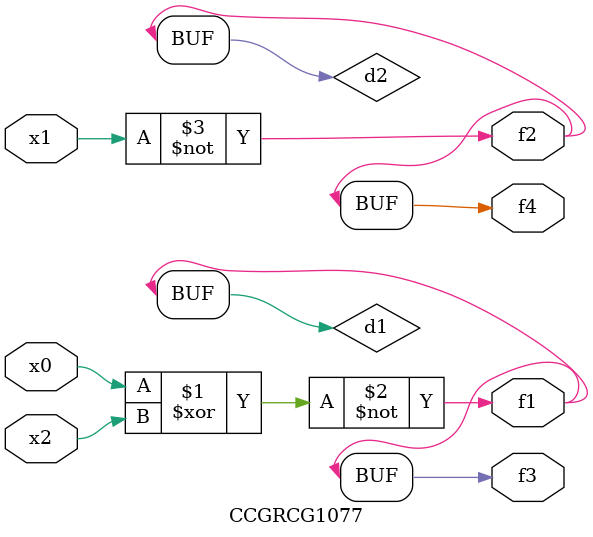
<source format=v>
module CCGRCG1077(
	input x0, x1, x2,
	output f1, f2, f3, f4
);

	wire d1, d2, d3;

	xnor (d1, x0, x2);
	nand (d2, x1);
	nor (d3, x1, x2);
	assign f1 = d1;
	assign f2 = d2;
	assign f3 = d1;
	assign f4 = d2;
endmodule

</source>
